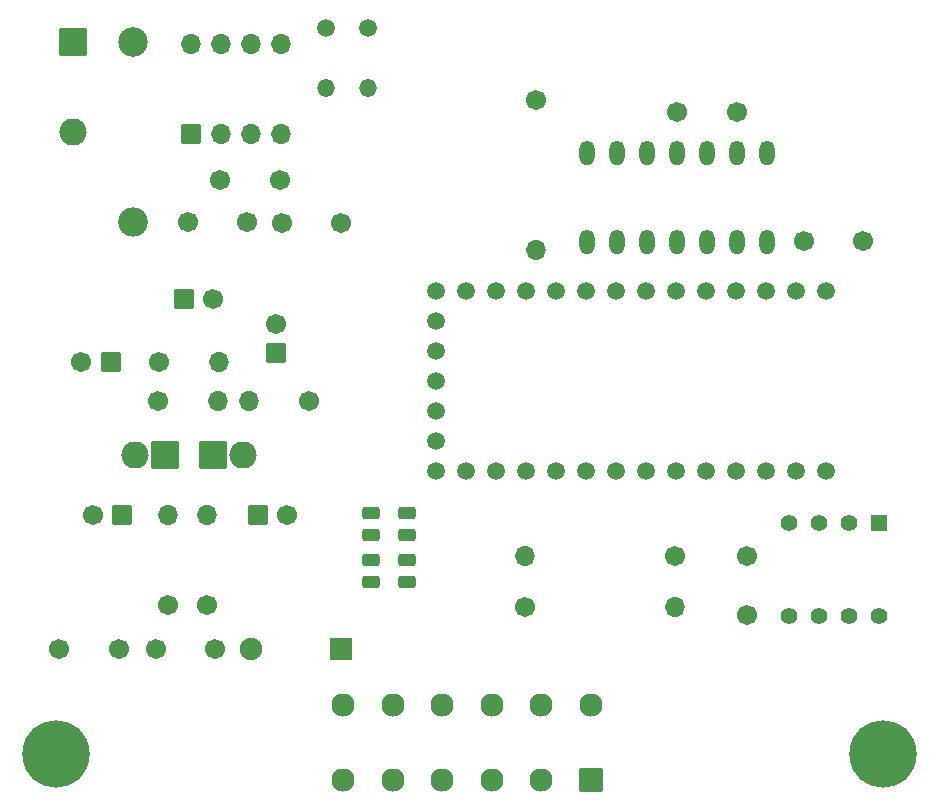
<source format=gbr>
%TF.GenerationSoftware,KiCad,Pcbnew,6.0.4-6f826c9f35~116~ubuntu20.04.1*%
%TF.CreationDate,2022-05-07T21:53:42-05:00*%
%TF.ProjectId,Circuit,43697263-7569-4742-9e6b-696361645f70,rev?*%
%TF.SameCoordinates,Original*%
%TF.FileFunction,Soldermask,Top*%
%TF.FilePolarity,Negative*%
%FSLAX46Y46*%
G04 Gerber Fmt 4.6, Leading zero omitted, Abs format (unit mm)*
G04 Created by KiCad (PCBNEW 6.0.4-6f826c9f35~116~ubuntu20.04.1) date 2022-05-07 21:53:42*
%MOMM*%
%LPD*%
G01*
G04 APERTURE LIST*
G04 Aperture macros list*
%AMRoundRect*
0 Rectangle with rounded corners*
0 $1 Rounding radius*
0 $2 $3 $4 $5 $6 $7 $8 $9 X,Y pos of 4 corners*
0 Add a 4 corners polygon primitive as box body*
4,1,4,$2,$3,$4,$5,$6,$7,$8,$9,$2,$3,0*
0 Add four circle primitives for the rounded corners*
1,1,$1+$1,$2,$3*
1,1,$1+$1,$4,$5*
1,1,$1+$1,$6,$7*
1,1,$1+$1,$8,$9*
0 Add four rect primitives between the rounded corners*
20,1,$1+$1,$2,$3,$4,$5,0*
20,1,$1+$1,$4,$5,$6,$7,0*
20,1,$1+$1,$6,$7,$8,$9,0*
20,1,$1+$1,$8,$9,$2,$3,0*%
G04 Aperture macros list end*
%ADD10RoundRect,0.050800X1.100000X1.100000X-1.100000X1.100000X-1.100000X-1.100000X1.100000X-1.100000X0*%
%ADD11O,2.301600X2.301600*%
%ADD12C,1.701600*%
%ADD13O,1.701600X1.701600*%
%ADD14RoundRect,0.050800X0.800000X0.800000X-0.800000X0.800000X-0.800000X-0.800000X0.800000X-0.800000X0*%
%ADD15RoundRect,0.294550X-0.456250X0.243750X-0.456250X-0.243750X0.456250X-0.243750X0.456250X0.243750X0*%
%ADD16RoundRect,0.050800X-0.800000X-0.800000X0.800000X-0.800000X0.800000X0.800000X-0.800000X0.800000X0*%
%ADD17RoundRect,0.050800X-0.930000X-0.930000X0.930000X-0.930000X0.930000X0.930000X-0.930000X0.930000X0*%
%ADD18C,1.961600*%
%ADD19RoundRect,0.050800X-0.654000X0.654000X-0.654000X-0.654000X0.654000X-0.654000X0.654000X0.654000X0*%
%ADD20C,1.409600*%
%ADD21C,2.501600*%
%ADD22O,2.501600X2.501600*%
%ADD23C,1.501600*%
%ADD24O,1.501600X1.501600*%
%ADD25O,1.301600X2.101600*%
%ADD26RoundRect,0.050800X-1.100000X1.100000X-1.100000X-1.100000X1.100000X-1.100000X1.100000X1.100000X0*%
%ADD27RoundRect,0.050800X0.900000X0.900000X-0.900000X0.900000X-0.900000X-0.900000X0.900000X-0.900000X0*%
%ADD28O,1.901600X1.901600*%
%ADD29RoundRect,0.050800X-1.100000X-1.100000X1.100000X-1.100000X1.100000X1.100000X-1.100000X1.100000X0*%
%ADD30RoundRect,0.294550X0.456250X-0.243750X0.456250X0.243750X-0.456250X0.243750X-0.456250X-0.243750X0*%
%ADD31C,1.505600*%
%ADD32C,5.701600*%
%ADD33RoundRect,0.050800X0.800000X-0.800000X0.800000X0.800000X-0.800000X0.800000X-0.800000X-0.800000X0*%
G04 APERTURE END LIST*
D10*
%TO.C,D1*%
X65587975Y-104988515D03*
D11*
X63047975Y-104988515D03*
%TD*%
D12*
%TO.C,R7*%
X65079975Y-97114515D03*
D13*
X70159975Y-97114515D03*
%TD*%
D12*
%TO.C,C11*%
X67550000Y-85258000D03*
X72550000Y-85258000D03*
%TD*%
D14*
%TO.C,C13*%
X61991975Y-110068515D03*
D12*
X59491975Y-110068515D03*
%TD*%
D15*
%TO.C,D7*%
X83058000Y-113870500D03*
X83058000Y-115745500D03*
%TD*%
D16*
%TO.C,C5*%
X67199595Y-91780515D03*
D12*
X69699595Y-91780515D03*
%TD*%
%TO.C,R3*%
X97028000Y-74930000D03*
D13*
X97028000Y-87630000D03*
%TD*%
D12*
%TO.C,R5*%
X77808975Y-100416515D03*
D13*
X72728975Y-100416515D03*
%TD*%
D17*
%TO.C,J1*%
X101661000Y-132495000D03*
D18*
X97471000Y-132495000D03*
X93281000Y-132495000D03*
X89091000Y-132495000D03*
X84901000Y-132495000D03*
X80711000Y-132495000D03*
X80711000Y-126145000D03*
X84901000Y-126145000D03*
X89091000Y-126145000D03*
X93281000Y-126145000D03*
X97471000Y-126145000D03*
X101661000Y-126145000D03*
%TD*%
D12*
%TO.C,C10*%
X75312000Y-81702000D03*
X70312000Y-81702000D03*
%TD*%
D19*
%TO.C,U1*%
X126092059Y-110694258D03*
D20*
X123552059Y-110694258D03*
X121012059Y-110694258D03*
X118472059Y-110694258D03*
X118472059Y-118564258D03*
X121012059Y-118564258D03*
X123552059Y-118564258D03*
X126092059Y-118564258D03*
%TD*%
D15*
%TO.C,D8*%
X86106000Y-115745500D03*
X86106000Y-113870500D03*
%TD*%
D21*
%TO.C,L1*%
X62938000Y-70018000D03*
D22*
X62938000Y-85258000D03*
%TD*%
D12*
%TO.C,R10*%
X69143975Y-117688515D03*
D13*
X69143975Y-110068515D03*
%TD*%
D12*
%TO.C,C3*%
X109006000Y-75946000D03*
X114006000Y-75946000D03*
%TD*%
D23*
%TO.C,R9*%
X82844000Y-68834000D03*
D24*
X82844000Y-73914000D03*
%TD*%
D16*
%TO.C,C12*%
X73461975Y-110068515D03*
D12*
X75961975Y-110068515D03*
%TD*%
D25*
%TO.C,U2*%
X116586000Y-79423000D03*
X114046000Y-79423000D03*
X111506000Y-79423000D03*
X108966000Y-79423000D03*
X106426000Y-79423000D03*
X103886000Y-79423000D03*
X101346000Y-79423000D03*
X101346000Y-86943000D03*
X103886000Y-86943000D03*
X106426000Y-86943000D03*
X108966000Y-86943000D03*
X111506000Y-86943000D03*
X114046000Y-86943000D03*
X116586000Y-86943000D03*
%TD*%
D26*
%TO.C,D4*%
X57858000Y-70018000D03*
D11*
X57858000Y-77638000D03*
%TD*%
D12*
%TO.C,C9*%
X69850000Y-121412000D03*
X64850000Y-121412000D03*
%TD*%
%TO.C,C8*%
X61682000Y-121412000D03*
X56682000Y-121412000D03*
%TD*%
D27*
%TO.C,D3*%
X80518000Y-121412000D03*
D28*
X72898000Y-121412000D03*
%TD*%
D29*
%TO.C,D2*%
X69651975Y-104988515D03*
D11*
X72191975Y-104988515D03*
%TD*%
D23*
%TO.C,R8*%
X79288000Y-68834000D03*
D24*
X79288000Y-73914000D03*
%TD*%
D30*
%TO.C,D5*%
X83058000Y-111730000D03*
X83058000Y-109855000D03*
%TD*%
D12*
%TO.C,R6*%
X65050975Y-100416515D03*
D13*
X70130975Y-100416515D03*
%TD*%
D12*
%TO.C,R2*%
X65841975Y-117688515D03*
D13*
X65841975Y-110068515D03*
%TD*%
D12*
%TO.C,C2*%
X114916059Y-113488258D03*
X114916059Y-118488258D03*
%TD*%
D31*
%TO.C,U4*%
X121539000Y-91057000D03*
X118999000Y-91057000D03*
X116459000Y-91057000D03*
X113919000Y-91057000D03*
X111379000Y-91057000D03*
X108839000Y-91057000D03*
X106299000Y-91057000D03*
X103759000Y-91057000D03*
X101219000Y-91057000D03*
X98679000Y-91057000D03*
X96139000Y-91057000D03*
X93599000Y-91057000D03*
X91059000Y-91057000D03*
X88519000Y-91057000D03*
X88519000Y-93597000D03*
X88519000Y-96137000D03*
X88519000Y-98677000D03*
X88519000Y-101217000D03*
X88519000Y-103757000D03*
X88519000Y-106297000D03*
X91059000Y-106297000D03*
X93599000Y-106297000D03*
X96139000Y-106297000D03*
X98679000Y-106297000D03*
X101219000Y-106297000D03*
X103759000Y-106297000D03*
X106299000Y-106297000D03*
X108839000Y-106297000D03*
X111379000Y-106297000D03*
X113919000Y-106297000D03*
X116459000Y-106297000D03*
X118999000Y-106297000D03*
X121539000Y-106297000D03*
%TD*%
D32*
%TO.C,H2*%
X56388000Y-130302000D03*
%TD*%
D12*
%TO.C,C4*%
X119714000Y-86868000D03*
X124714000Y-86868000D03*
%TD*%
D14*
%TO.C,C6*%
X61015975Y-97114515D03*
D12*
X58515975Y-97114515D03*
%TD*%
%TO.C,C1*%
X80518000Y-85344000D03*
X75518000Y-85344000D03*
%TD*%
%TO.C,R4*%
X96120059Y-117806258D03*
D13*
X108820059Y-117806258D03*
%TD*%
D30*
%TO.C,D6*%
X86106000Y-111730000D03*
X86106000Y-109855000D03*
%TD*%
D33*
%TO.C,C7*%
X74985975Y-96352515D03*
D12*
X74985975Y-93852515D03*
%TD*%
D32*
%TO.C,H1*%
X126365000Y-130302000D03*
%TD*%
D33*
%TO.C,U3*%
X67812000Y-77772000D03*
D13*
X70352000Y-77772000D03*
X72892000Y-77772000D03*
X75432000Y-77772000D03*
X75432000Y-70152000D03*
X72892000Y-70152000D03*
X70352000Y-70152000D03*
X67812000Y-70152000D03*
%TD*%
D12*
%TO.C,R1*%
X108820059Y-113488258D03*
D13*
X96120059Y-113488258D03*
%TD*%
M02*

</source>
